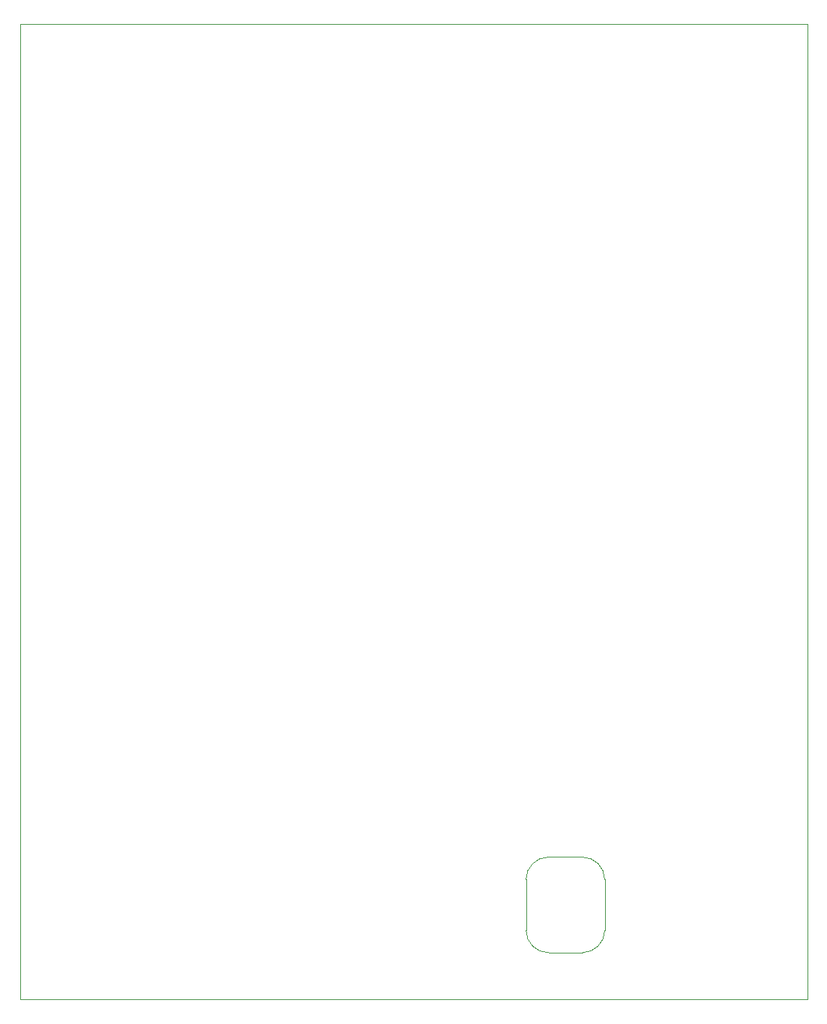
<source format=gbr>
%TF.GenerationSoftware,KiCad,Pcbnew,6.0.11*%
%TF.CreationDate,2023-03-20T20:23:43+01:00*%
%TF.ProjectId,teletype-180824-no-slots,74656c65-7479-4706-952d-313830383234,rev?*%
%TF.SameCoordinates,Original*%
%TF.FileFunction,Profile,NP*%
%FSLAX46Y46*%
G04 Gerber Fmt 4.6, Leading zero omitted, Abs format (unit mm)*
G04 Created by KiCad (PCBNEW 6.0.11) date 2023-03-20 20:23:43*
%MOMM*%
%LPD*%
G01*
G04 APERTURE LIST*
%TA.AperFunction,Profile*%
%ADD10C,0.050000*%
%TD*%
G04 APERTURE END LIST*
D10*
X104051100Y-160026350D02*
X192951100Y-160026350D01*
X192951100Y-160026350D02*
X192951100Y-49980850D01*
X192951100Y-49980850D02*
X104051100Y-49980850D01*
X104051100Y-49980850D02*
X104051100Y-160026350D01*
X161201100Y-146500850D02*
X161201100Y-152215850D01*
X161201100Y-152215850D02*
G75*
G03*
X163741100Y-154755850I2540000J0D01*
G01*
X163741100Y-154755850D02*
X167551100Y-154755850D01*
X167551100Y-154755850D02*
G75*
G03*
X170091100Y-152215850I0J2540000D01*
G01*
X170091100Y-152215850D02*
X170091100Y-146500850D01*
X170091100Y-146500850D02*
G75*
G03*
X167551100Y-143960850I-2540000J0D01*
G01*
X167551100Y-143960850D02*
X163741100Y-143960850D01*
X163741100Y-143960850D02*
G75*
G03*
X161201100Y-146500850I0J-2540000D01*
G01*
M02*

</source>
